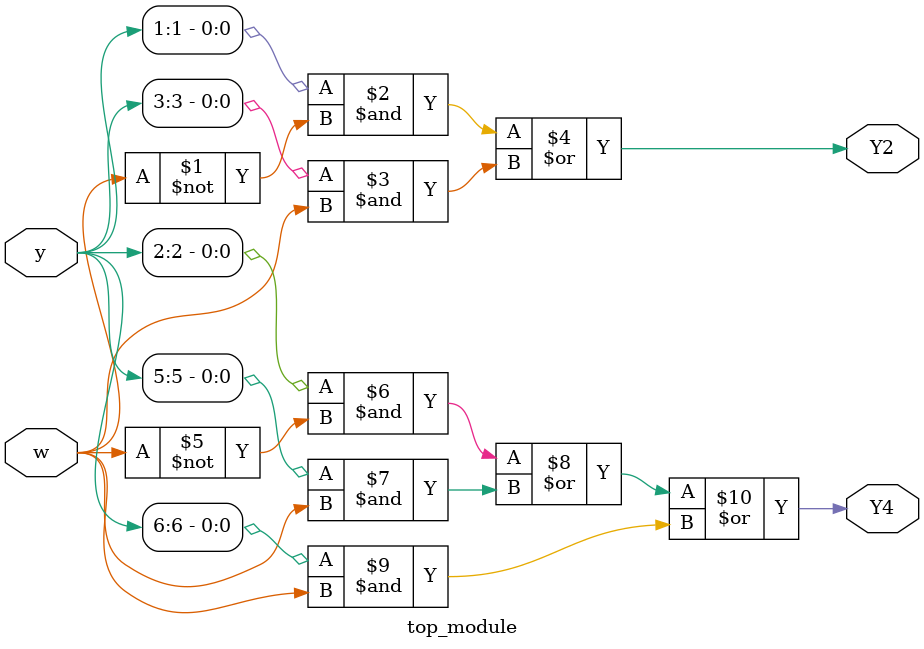
<source format=sv>
module top_module (
    input [6:1] y,
    input w,
    output Y2,
    output Y4
);

// Derive the next-state logic for y[2] and y[4]
assign Y2 = (y[1] & ~w) | (y[3] & w);
assign Y4 = (y[2] & ~w) | (y[5] & w) | (y[6] & w);

endmodule

</source>
